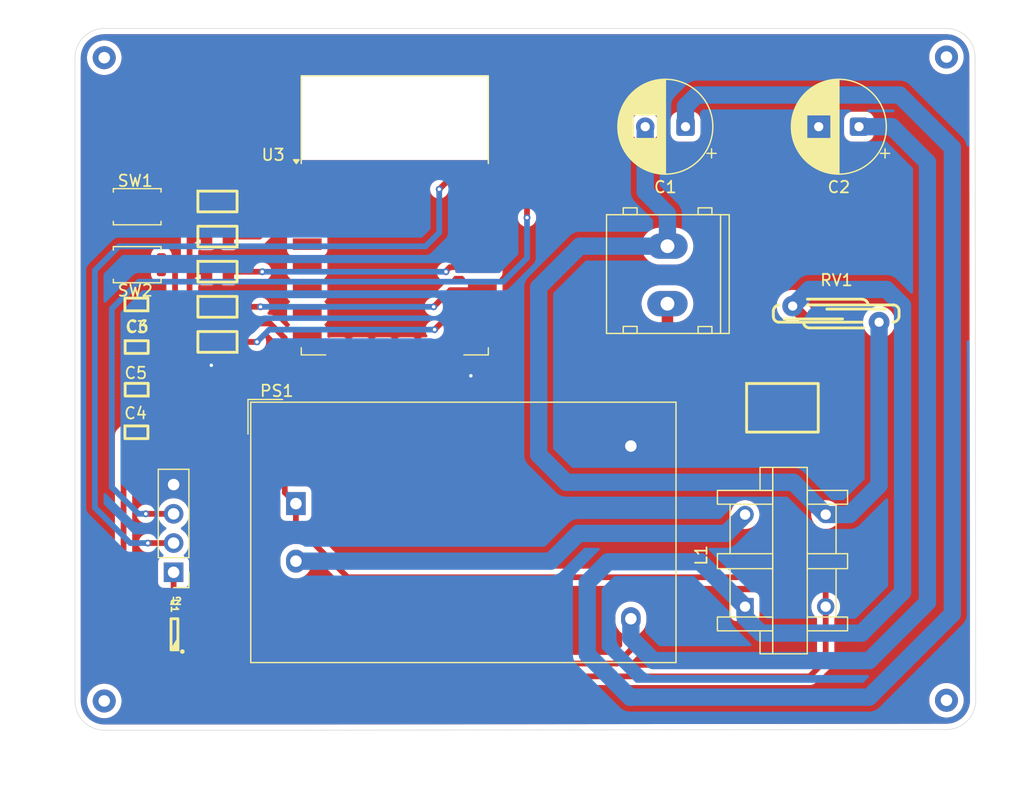
<source format=kicad_pcb>
(kicad_pcb (version 20241229) (generator "pcbnew") (generator_version "9.0")
  (layers (0 "F.Cu" signal) (2 "B.Cu" signal) (13 "F.Paste" user) (15 "B.Paste" user) (5 "F.SilkS" user "F.Silkscreen") (7 "B.SilkS" user "B.Silkscreen") (1 "F.Mask" user) (3 "B.Mask" user) (25 "Edge.Cuts" user))
  (net 0 "")
  (net 1 "Net-(C1-Pad1)")
  (net 2 "Net-(J1-Pin_1)")
  (net 3 "GND")
  (net 4 "+5V")
  (net 5 "+3.3V")
  (net 6 "Net-(U1-BP)")
  (net 7 "GPIO0")
  (net 8 "Net-(J1-Pin_2)")
  (net 9 "/RXD")
  (net 10 "/TXD")
  (net 11 "Net-(PS1-AC{slash}N)")
  (net 12 "/SDA")
  (net 13 "/GPIO13")
  (net 14 "/GPIO12")
  (net 15 "/SCL")
  (net 16 "/ADC")
  (net 17 "/GPIO14")
  (net 18 "/GPIO16")
  (net 19 "Net-(U3-~{RST})")
  (net 20 "Net-(U3-EN)")
  (net 21 "Net-(U3-GPIO0)")
  (net 22 "Net-(U3-GPIO2)")
  (net 23 "Net-(U3-GPIO15)")
  (footprint "IVS_FOOTPRINTS:C_0402" (layer "F.Cu") (at 88.0648 91.001548 180)
    (property "Reference" "C5" (at 0.0736 1.4478 0) (layer "F.SilkS"))
    (property "Value" "1uF")
    (pad "1" smd roundrect (at -0.48 0 180) (size 0.56 0.62) (layers "F.Cu" "F.Mask" "F.Paste") (net 4 "+5V"))
    (pad "2" smd roundrect (at 0.48 0 180) (size 0.56 0.62) (layers "F.Cu" "F.Mask" "F.Paste") (net 3 "GND"))
  )
  (footprint "RF_Module:ESP-12E" (layer "F.Cu") (at 110.473 75.86)
    (property "Reference" "U3" (at -10.56 -5.26 0) (layer "F.SilkS"))
    (property "Value" "ESP-12E")
    (pad "1" smd rect (at -7.6 -3.5) (size 2.5 1) (layers "F.Cu" "F.Mask" "F.Paste") (net 19 "Net-(U3-~{RST})"))
    (pad "2" smd rect (at -7.6 -1.5) (size 2.5 1) (layers "F.Cu" "F.Mask" "F.Paste") (net 16 "/ADC"))
    (pad "3" smd rect (at -7.6 0.5) (size 2.5 1) (layers "F.Cu" "F.Mask" "F.Paste") (net 20 "Net-(U3-EN)"))
    (pad "4" smd rect (at -7.6 2.5) (size 2.5 1) (layers "F.Cu" "F.Mask" "F.Paste") (net 18 "/GPIO16"))
    (pad "5" smd rect (at -7.6 4.5) (size 2.5 1) (layers "F.Cu" "F.Mask" "F.Paste") (net 17 "/GPIO14"))
    (pad "6" smd rect (at -7.6 6.5) (size 2.5 1) (layers "F.Cu" "F.Mask" "F.Paste") (net 14 "/GPIO12"))
    (pad "7" smd rect (at -7.6 8.5) (size 2.5 1) (layers "F.Cu" "F.Mask" "F.Paste") (net 13 "/GPIO13"))
    (pad "8" smd rect (at -7.6 10.5) (size 2.5 1) (layers "F.Cu" "F.Mask" "F.Paste") (net 5 "+3.3V"))
    (pad "9" smd rect (at -5 12) (size 1 1.8) (layers "F.Cu" "F.Mask" "F.Paste"))
    (pad "10" smd rect (at -3 12) (size 1 1.8) (layers "F.Cu" "F.Mask" "F.Paste"))
    (pad "11" smd rect (at -1 12) (size 1 1.8) (layers "F.Cu" "F.Mask" "F.Paste"))
    (pad "12" smd rect (at 1 12) (size 1 1.8) (layers "F.Cu" "F.Mask" "F.Paste"))
    (pad "13" smd rect (at 3 12) (size 1 1.8) (layers "F.Cu" "F.Mask" "F.Paste"))
    (pad "14" smd rect (at 5 12) (size 1 1.8) (layers "F.Cu" "F.Mask" "F.Paste"))
    (pad "15" smd rect (at 7.6 10.5) (size 2.5 1) (layers "F.Cu" "F.Mask" "F.Paste") (net 3 "GND"))
    (pad "16" smd rect (at 7.6 8.5) (size 2.5 1) (layers "F.Cu" "F.Mask" "F.Paste") (net 23 "Net-(U3-GPIO15)"))
    (pad "17" smd rect (at 7.6 6.5) (size 2.5 1) (layers "F.Cu" "F.Mask" "F.Paste") (net 22 "Net-(U3-GPIO2)"))
    (pad "18" smd rect (at 7.6 4.5) (size 2.5 1) (layers "F.Cu" "F.Mask" "F.Paste") (net 21 "Net-(U3-GPIO0)"))
    (pad "19" smd rect (at 7.6 2.5) (size 2.5 1) (layers "F.Cu" "F.Mask" "F.Paste") (net 12 "/SDA"))
    (pad "20" smd rect (at 7.6 0.5) (size 2.5 1) (layers "F.Cu" "F.Mask" "F.Paste") (net 15 "/SCL"))
    (pad "21" smd rect (at 7.6 -1.5) (size 2.5 1) (layers "F.Cu" "F.Mask" "F.Paste") (net 9 "/RXD"))
    (pad "22" smd rect (at 7.6 -3.5) (size 2.5 1) (layers "F.Cu" "F.Mask" "F.Paste") (net 10 "/TXD"))
    (zone (net 0) (net_name "") (layers "F.Cu" "B.Cu") (connect_pads (clearance 0)) (min_thickness 0.254)
      (keepout (tracks not_allowed) (vias not_allowed) (pads not_allowed) (copperpour not_allowed) (footprints not_allowed))
      (fill (thermal_gap 0.508) (thermal_bridge_width 0.508))
      (polygon (pts (xy 102.353 71.06) (xy 118.593 71.06) (xy 118.593 63.74) (xy 102.353 63.74)))
    )
  )
  (footprint "IVS_FOOTPRINTS:PinHeader_1x04_P2.54mm_Vertical" (layer "F.Cu") (at 91.2706 106.8662 180)
    (property "Reference" "J2" (at -0.1852 -2.510343 0) (layer "F.SilkS") (effects (font (size 0.6 0.6))))
    (property "Value" "Conn_01x04_Pin" (hide yes))
    (pad "1" thru_hole rect (at 0 0 180) (size 1.7 1.7) (drill 1) (layers "*.Cu" "*.Mask") (net 4 "+5V"))
    (pad "2" thru_hole oval (at 0 2.54 180) (size 1.7 1.7) (drill 1) (layers "*.Cu" "*.Mask") (net 10 "/TXD"))
    (pad "3" thru_hole oval (at 0 5.08 180) (size 1.7 1.7) (drill 1) (layers "*.Cu" "*.Mask") (net 9 "/RXD"))
    (pad "4" thru_hole oval (at 0 7.62 180) (size 1.7 1.7) (drill 1) (layers "*.Cu" "*.Mask") (net 3 "GND"))
  )
  (footprint "IVS_FOOTPRINTS:R_0805" (layer "F.Cu") (at 95.0806 86.853 180)
    (property "Reference" "R5" (hide yes))
    (property "Value" "10k")
    (pad "1" smd roundrect (at -0.95 0 180) (size 1 1.35) (layers "F.Cu" "F.Mask" "F.Paste") (roundrect_rratio 0.15) (net 23 "Net-(U3-GPIO15)"))
    (pad "2" smd roundrect (at 0.95 0 180) (size 1 1.35) (layers "F.Cu" "F.Mask" "F.Paste") (roundrect_rratio 0.15) (net 3 "GND"))
  )
  (footprint "IVS_FOOTPRINTS:SOT23-5" (layer "F.Cu") (at 91.3468 112.251 180)
    (property "Reference" "U1" (at -0.009 2.49 270) (layer "F.SilkS") (effects (font (size 0.6 0.6) (thickness 0.15) (bold yes))))
    (property "Value" "RT9193-33GB")
    (pad "1" smd roundrect (at -1.1375 -0.95 180) (size 1.3 0.6) (layers "F.Cu" "F.Mask" "F.Paste") (roundrect_rratio 0.15) (net 4 "+5V"))
    (pad "2" smd roundrect (at -1.1375 0 180) (size 1.3 0.6) (layers "F.Cu" "F.Mask" "F.Paste") (roundrect_rratio 0.15) (net 3 "GND"))
    (pad "3" smd roundrect (at -1.1375 0.95 180) (size 1.3 0.6) (layers "F.Cu" "F.Mask" "F.Paste") (roundrect_rratio 0.15) (net 4 "+5V"))
    (pad "4" smd roundrect (at 1.1375 0.95 180) (size 1.3 0.6) (layers "F.Cu" "F.Mask" "F.Paste") (roundrect_rratio 0.15) (net 6 "Net-(U1-BP)"))
    (pad "5" smd roundrect (at 1.1375 -0.95 180) (size 1.3 0.6) (layers "F.Cu" "F.Mask" "F.Paste") (roundrect_rratio 0.15) (net 5 "+3.3V"))
  )
  (footprint "Button_Switch_SMD:SW_Push_SPST_NO_Alps_SKRK" (layer "F.Cu") (at 88.1108 80.142857 180)
    (property "Reference" "SW2" (at 0.1704 -2.25 0) (layer "F.SilkS"))
    (property "Value" "SW_Push")
    (pad "1" smd roundrect (at -2.1 0 180) (size 0.8 2) (layers "F.Cu" "F.Mask" "F.Paste") (net 7 "GPIO0"))
    (pad "2" smd roundrect (at 2.1 0 180) (size 0.8 2) (layers "F.Cu" "F.Mask" "F.Paste") (net 3 "GND"))
  )
  (footprint "IVS_FOOTPRINTS:ACFilterChoke-UU9.8" (layer "F.Cu") (at 144.283 105.9002 90)
    (property "Reference" "L1" (hide yes))
    (property "Value" "L_Coupled_1243")
    (fp_text user "${REFERENCE}" (at 0.51 -7.2 90) (layer "F.SilkS"))
    (pad "1" thru_hole trapezoid (at -3.95 -3.4 90) (size 1.5 1.5) (drill 0.9) (layers "*.Cu" "*.Mask") (net 1 "Net-(C1-Pad1)"))
    (pad "2" thru_hole circle (at -3.95 3.6 90) (size 1.5 1.5) (drill 0.9) (layers "*.Cu" "*.Mask") (net 5 "+3.3V"))
    (pad "3" thru_hole circle (at 4.05 -3.4 90) (size 1.5 1.5) (drill 0.9) (layers "*.Cu" "*.Mask") (net 11 "Net-(PS1-AC{slash}N)"))
    (pad "4" thru_hole circle (at 4.05 3.6 90) (size 1.5 1.5) (drill 0.9) (layers "*.Cu" "*.Mask") (net 2 "Net-(J1-Pin_1)"))
  )
  (footprint "Capacitor_THT:CP_Radial_D8.0mm_P3.50mm" (layer "F.Cu") (at 135.7154 68.1566 180)
    (property "Reference" "C1" (at 1.75 -5.25 0) (layer "F.SilkS"))
    (property "Value" "220 uF")
    (pad "1" thru_hole roundrect (at 0 0 180) (size 1.6 1.6) (drill 0.8) (layers "*.Cu" "*.Mask") (roundrect_rratio 0.15625) (net 1 "Net-(C1-Pad1)"))
    (pad "2" thru_hole circle (at 3.5 0 180) (size 1.6 1.6) (drill 0.8) (layers "*.Cu" "*.Mask") (net 2 "Net-(J1-Pin_1)"))
  )
  (footprint "Capacitor_THT:CP_Radial_D8.0mm_P3.50mm" (layer "F.Cu") (at 150.7776 68.1566 180)
    (property "Reference" "C2" (at 1.75 -5.25 0) (layer "F.SilkS"))
    (property "Value" "220 uF")
    (pad "1" thru_hole roundrect (at 0 0 180) (size 1.6 1.6) (drill 0.8) (layers "*.Cu" "*.Mask") (roundrect_rratio 0.15625) (net 4 "+5V"))
    (pad "2" thru_hole circle (at 3.5 0 180) (size 1.6 1.6) (drill 0.8) (layers "*.Cu" "*.Mask") (net 3 "GND"))
  )
  (footprint "IVS_FOOTPRINTS:Varistor-RV-Disc-D12mm-W3.9mm-P7.5mm" (layer "F.Cu") (at 152.519349 85.138 180)
    (property "Reference" "RV1" (at 3.7 3.65 0) (layer "F.SilkS"))
    (property "Value" "Varistor")
    (pad "1" thru_hole circle (at 0 0 180) (size 1.8 1.8) (drill 0.8) (layers "*.Cu" "*.Mask") (net 2 "Net-(J1-Pin_1)"))
    (pad "2" thru_hole circle (at 7.5 1.4 180) (size 1.8 1.8) (drill 0.8) (layers "*.Cu" "*.Mask") (net 1 "Net-(C1-Pad1)"))
  )
  (footprint "IVS_FOOTPRINTS:C_0402" (layer "F.Cu") (at 88.0648 87.300674)
    (property "Reference" "C3" (at 0 -1.7272 0) (layer "F.SilkS"))
    (property "Value" "1 uF")
    (pad "1" smd roundrect (at -0.48 0) (size 0.56 0.62) (layers "F.Cu" "F.Mask" "F.Paste") (net 5 "+3.3V"))
    (pad "2" smd roundrect (at 0.48 0) (size 0.56 0.62) (layers "F.Cu" "F.Mask" "F.Paste") (net 3 "GND"))
  )
  (footprint "Button_Switch_SMD:SW_Push_SPST_NO_Alps_SKRK" (layer "F.Cu") (at 88.1108 75.1092)
    (property "Reference" "SW1" (at -0.1704 -2.25 0) (layer "F.SilkS"))
    (property "Value" "SW_Push")
    (pad "1" smd roundrect (at -2.1 0) (size 0.8 2) (layers "F.Cu" "F.Mask" "F.Paste") (net 3 "GND"))
    (pad "2" smd roundrect (at 2.1 0) (size 0.8 2) (layers "F.Cu" "F.Mask" "F.Paste") (net 19 "Net-(U3-~{RST})"))
  )
  (footprint "IVS_FOOTPRINTS:C_0402" (layer "F.Cu") (at 88.0448 83.5998 180)
    (property "Reference" "C6" (at -0.1 -1.9 0) (layer "F.SilkS"))
    (property "Value" "1 uF")
    (pad "1" smd roundrect (at -0.48 0 180) (size 0.56 0.62) (layers "F.Cu" "F.Mask" "F.Paste") (net 7 "GPIO0"))
    (pad "2" smd roundrect (at 0.48 0 180) (size 0.56 0.62) (layers "F.Cu" "F.Mask" "F.Paste") (net 3 "GND"))
  )
  (footprint "IVS_FOOTPRINTS:Terminal-Vert-THT-2P-5.0mm-KF128" (layer "F.Cu") (at 134.1458 81.0344 -90)
    (property "Reference" "J1" (hide yes))
    (property "Value" "Screw_Terminal_01x02")
    (pad "1" thru_hole oval (at -2.5 0 270) (size 2.2 3.5) (drill 1.2) (layers "*.Cu" "*.Mask") (net 2 "Net-(J1-Pin_1)"))
    (pad "2" thru_hole oval (at 2.5 0 270) (size 2.2 3.5) (drill 1.2) (layers "*.Cu" "*.Mask") (net 8 "Net-(J1-Pin_2)"))
  )
  (footprint "IVS_FOOTPRINTS:R_0805" (layer "F.Cu") (at 95.0806 77.703 180)
    (property "Reference" "R2" (hide yes))
    (property "Value" "100k")
    (pad "1" smd roundrect (at -0.95 0 180) (size 1 1.35) (layers "F.Cu" "F.Mask" "F.Paste") (roundrect_rratio 0.15) (net 20 "Net-(U3-EN)"))
    (pad "2" smd roundrect (at 0.95 0 180) (size 1 1.35) (layers "F.Cu" "F.Mask" "F.Paste") (roundrect_rratio 0.15) (net 5 "+3.3V"))
  )
  (footprint "Converter_ACDC:Converter_ACDC_Hi-Link_HLK-PMxx" (layer "F.Cu") (at 101.8887 100.8985)
    (property "Reference" "PS1" (at -1.66 -9.79 0) (layer "F.SilkS"))
    (property "Value" "HLK-PM01")
    (pad "1" thru_hole rect (at 0 0) (size 1.7 2) (drill 1) (layers "*.Cu" "*.Mask") (net 5 "+3.3V"))
    (pad "2" thru_hole oval (at 0 5) (size 1.7 2) (drill 1) (layers "*.Cu" "*.Mask") (net 11 "Net-(PS1-AC{slash}N)"))
    (pad "3" thru_hole oval (at 29.08 -5) (size 1.7 2) (drill 1) (layers "*.Cu" "*.Mask") (net 3 "GND"))
    (pad "4" thru_hole oval (at 29.08 10) (size 1.7 2) (drill 1) (layers "*.Cu" "*.Mask") (net 4 "+5V"))
  )
  (footprint "IVS_FOOTPRINTS:C_0402" (layer "F.Cu") (at 88.0448 94.702422)
    (property "Reference" "C4" (at -0.0762 -1.651 0) (layer "F.SilkS"))
    (property "Value" "22 nF")
    (pad "1" smd roundrect (at -0.48 0) (size 0.56 0.62) (layers "F.Cu" "F.Mask" "F.Paste") (net 6 "Net-(U1-BP)"))
    (pad "2" smd roundrect (at 0.48 0) (size 0.56 0.62) (layers "F.Cu" "F.Mask" "F.Paste") (net 3 "GND"))
  )
  (footprint "IVS_FOOTPRINTS:R_0805" (layer "F.Cu") (at 95.0806 74.653)
    (property "Reference" "R1" (hide yes))
    (property "Value" "100k")
    (pad "1" smd roundrect (at -0.95 0) (size 1 1.35) (layers "F.Cu" "F.Mask" "F.Paste") (roundrect_rratio 0.15) (net 5 "+3.3V"))
    (pad "2" smd roundrect (at 0.95 0) (size 1 1.35) (layers "F.Cu" "F.Mask" "F.Paste") (roundrect_rratio 0.15) (net 19 "Net-(U3-~{RST})"))
  )
  (footprint "IVS_FOOTPRINTS:R_0805" (layer "F.Cu") (at 95.0806 80.753)
    (property "Reference" "R3" (hide yes))
    (property "Value" "10K")
    (pad "1" smd roundrect (at -0.95 0) (size 1 1.35) (layers "F.Cu" "F.Mask" "F.Paste") (roundrect_rratio 0.15) (net 5 "+3.3V"))
    (pad "2" smd roundrect (at 0.95 0) (size 1 1.35) (layers "F.Cu" "F.Mask" "F.Paste") (roundrect_rratio 0.15) (net 21 "Net-(U3-GPIO0)"))
  )
  (footprint "IVS_FOOTPRINTS:Fuse_1812_4532Metric" (layer "F.Cu") (at 144.128 92.566)
    (property "Reference" "F1" (hide yes))
    (property "Value" "Fuse" (hide yes))
    (pad "1" smd roundrect (at -2.1375 0) (size 1.125 3.4) (layers "F.Cu" "F.Mask" "F.Paste") (roundrect_rratio 0.2222222222) (net 8 "Net-(J1-Pin_2)"))
    (pad "2" smd roundrect (at 2.1375 0) (size 1.125 3.4) (layers "F.Cu" "F.Mask" "F.Paste") (roundrect_rratio 0.2222222222) (net 1 "Net-(C1-Pad1)"))
  )
  (footprint "IVS_FOOTPRINTS:R_0805" (layer "F.Cu") (at 95.0806 83.803)
    (property "Reference" "R4" (hide yes))
    (property "Value" "10K")
    (pad "1" smd roundrect (at -0.95 0) (size 1 1.35) (layers "F.Cu" "F.Mask" "F.Paste") (roundrect_rratio 0.15) (net 5 "+3.3V"))
    (pad "2" smd roundrect (at 0.95 0) (size 1 1.35) (layers "F.Cu" "F.Mask" "F.Paste") (roundrect_rratio 0.15) (net 22 "Net-(U3-GPIO2)"))
  )
  (gr_arc (start 158.369 59.6222) (mid 160.123191 60.348809) (end 160.8498 62.103) (stroke (width 0.05)) (layer "Edge.Cuts"))
  (gr_line (start 103.0308 120.582199) (end 85.2508 120.5822) (stroke (width 0.05)) (layer "Edge.Cuts"))
  (gr_line (start 103.0308 120.582199) (end 158.369 120.523) (stroke (width 0.05)) (layer "Edge.Cuts"))
  (gr_line (start 158.369 59.6222) (end 85.2508 59.6222) (stroke (width 0.05)) (layer "Edge.Cuts"))
  (gr_line (start 160.8498 62.103) (end 160.909 117.983) (stroke (width 0.05)) (layer "Edge.Cuts"))
  (gr_line (start 82.7108 62.1622) (end 82.710801 118.042201) (stroke (width 0.05)) (layer "Edge.Cuts"))
  (gr_arc (start 160.909 117.983) (mid 160.165051 119.779051) (end 158.369 120.523) (stroke (width 0.05)) (layer "Edge.Cuts"))
  (gr_arc (start 85.2508 120.5822) (mid 83.45475 119.838251) (end 82.710801 118.042201) (stroke (width 0.05)) (layer "Edge.Cuts"))
  (gr_arc (start 82.7108 62.1622) (mid 83.454749 60.366149) (end 85.2508 59.6222) (stroke (width 0.05)) (layer "Edge.Cuts"))
  (via (at 85.250801 62.162201) (size 2) (drill 1) (layers "F.Cu" "B.Cu") (net 0))
  (via (at 158.369 62.103) (size 2) (drill 1) (layers "F.Cu" "B.Cu") (net 0))
  (via (at 85.250801 118.0422) (size 2) (drill 1) (layers "F.Cu" "B.Cu") (net 0))
  (via (at 158.369 117.983) (size 2) (drill 1) (layers "F.Cu" "B.Cu") (net 0))
  (segment (start 147.8364 86.555051) (end 145.019349 83.738) (width 1) (layer "F.Cu") (net 1))
  (segment (start 146.2655 92.566) (end 147.8364 90.9951) (width 1) (layer "F.Cu") (net 1))
  (segment (start 147.8364 90.9951) (end 147.8364 86.555051) (width 1) (layer "F.Cu") (net 1))
  (segment (start 153.162 82.296) (end 154.559 83.693) (width 1.5) (layer "B.Cu") (net 1))
  (segment (start 154.305 65.405) (end 136.6942 65.405) (width 1.5) (layer "B.Cu") (net 1))
  (segment (start 127.1862 114.0036) (end 130.8946 117.712) (width 1.5) (layer "B.Cu") (net 1))
  (segment (start 145.019349 83.738) (end 146.461349 82.296) (width 1.5) (layer "B.Cu") (net 1))
  (segment (start 140.883 110.784) (end 140.883 109.8502) (width 1.5) (layer "B.Cu") (net 1))
  (segment (start 140.883 109.8502) (end 136.9846 105.9518) (width 1.5) (layer "B.Cu") (net 1))
  (segment (start 146.461349 82.296) (end 153.162 82.296) (width 1.5) (layer "B.Cu") (net 1))
  (segment (start 128.9896 105.9518) (end 127.1862 107.7552) (width 1.5) (layer "B.Cu") (net 1))
  (segment (start 154.559 83.693) (end 154.559 108.585) (width 1.5) (layer "B.Cu") (net 1))
  (segment (start 154.559 108.585) (end 150.9946 112.1494) (width 1.5) (layer "B.Cu") (net 1))
  (segment (start 150.9946 112.1494) (end 142.2484 112.1494) (width 1.5) (layer "B.Cu") (net 1))
  (segment (start 136.6942 65.405) (end 135.7154 66.3838) (width 1.5) (layer "B.Cu") (net 1))
  (segment (start 135.7154 66.3838) (end 135.7154 68.1566) (width 1.5) (layer "B.Cu") (net 1))
  (segment (start 158.877 69.977) (end 154.305 65.405) (width 1.5) (layer "B.Cu") (net 1))
  (segment (start 127.1862 107.7552) (end 127.1862 114.0036) (width 1.5) (layer "B.Cu") (net 1))
  (segment (start 136.9846 105.9518) (end 128.9896 105.9518) (width 1.5) (layer "B.Cu") (net 1))
  (segment (start 142.2484 112.1494) (end 140.883 110.784) (width 1.5) (layer "B.Cu") (net 1))
  (segment (start 158.877 110.49) (end 158.877 69.977) (width 1.5) (layer "B.Cu") (net 1))
  (segment (start 151.655 117.712) (end 158.877 110.49) (width 1.5) (layer "B.Cu") (net 1))
  (segment (start 130.8946 117.712) (end 151.655 117.712) (width 1.5) (layer "B.Cu") (net 1))
  (segment (start 122.9698 96.6554) (end 122.9698 82.1012) (width 1.5) (layer "B.Cu") (net 2))
  (segment (start 132.2154 73.7954) (end 132.2154 68.1566) (width 1.5) (layer "B.Cu") (net 2))
  (segment (start 147.883 101.8502) (end 145.0758 99.043) (width 1.5) (layer "B.Cu") (net 2))
  (segment (start 152.519349 85.138) (end 152.519349 99.287651) (width 1.5) (layer "B.Cu") (net 2))
  (segment (start 125.3574 99.043) (end 122.9698 96.6554) (width 1.5) (layer "B.Cu") (net 2))
  (segment (start 126.5366 78.5344) (end 134.1458 78.5344) (width 1.5) (layer "B.Cu") (net 2))
  (segment (start 122.9698 82.1012) (end 126.5366 78.5344) (width 1.5) (layer "B.Cu") (net 2))
  (segment (start 134.1458 75.7258) (end 132.2154 73.7954) (width 1.5) (layer "B.Cu") (net 2))
  (segment (start 145.0758 99.043) (end 125.3574 99.043) (width 1.5) (layer "B.Cu") (net 2))
  (segment (start 149.9568 101.8502) (end 147.883 101.8502) (width 1.5) (layer "B.Cu") (net 2))
  (segment (start 152.519349 99.287651) (end 149.9568 101.8502) (width 1.5) (layer "B.Cu") (net 2))
  (segment (start 134.1458 78.5344) (end 134.1458 75.7258) (width 1.5) (layer "B.Cu") (net 2))
  (segment (start 87.5648 80.91) (end 87.5648 83.5998) (width 0.5) (layer "F.Cu") (net 3))
  (segment (start 92.9216 99.2462) (end 93.9122 100.2368) (width 0.5) (layer "F.Cu") (net 3))
  (segment (start 118.073 86.36) (end 121.92 86.36) (width 0.5) (layer "F.Cu") (net 3))
  (segment (start 87.5848 91.001548) (end 86.937548 91.001548) (width 0.5) (layer "F.Cu") (net 3))
  (segment (start 91.2706 99.2462) (end 92.9216 99.2462) (width 0.5) (layer "F.Cu") (net 3))
  (segment (start 85.0222 76.0978) (end 85.0222 79.8406) (width 0.5) (layer "F.Cu") (net 3))
  (segment (start 93.9122 100.2368) (end 93.9122 111.473099) (width 0.5) (layer "F.Cu") (net 3))
  (segment (start 93.9122 111.473099) (end 93.134299 112.251) (width 0.5) (layer "F.Cu") (net 3))
  (segment (start 91.582926 87.300674) (end 92.0306 86.853) (width 0.5) (layer "F.Cu") (net 3))
  (segment (start 88.5448 87.300674) (end 88.5448 88.7132) (width 0.5) (layer "F.Cu") (net 3))
  (segment (start 86.937548 91.001548) (end 86.343 90.407) (width 0.5) (layer "F.Cu") (net 3))
  (segment (start 88.5448 87.300674) (end 91.582926 87.300674) (width 0.5) (layer "F.Cu") (net 3))
  (segment (start 118.073 89.2078) (end 118.073 86.36) (width 0.5) (layer "F.Cu") (net 3))
  (segment (start 86.343 90.407) (end 86.343 84.0316) (width 0.5) (layer "F.Cu") (net 3))
  (segment (start 85.0222 79.8406) (end 85.324457 80.142857) (width 0.5) (layer "F.Cu") (net 3))
  (segment (start 92.0306 86.853) (end 94.1306 86.853) (width 0.5) (layer "F.Cu") (net 3))
  (segment (start 124.697 94.0138) (end 126.5817 95.8985) (width 0.5) (layer "F.Cu") (net 3))
  (segment (start 89.520822 94.702422) (end 90.3562 95.5378) (width 0.5) (layer "F.Cu") (net 3))
  (segment (start 121.92 86.36) (end 124.697 89.137) (width 0.5) (layer "F.Cu") (net 3))
  (segment (start 86.797657 80.142857) (end 87.5648 80.91) (width 0.5) (layer "F.Cu") (net 3))
  (segment (start 90.3562 95.5378) (end 90.3562 98.3318) (width 0.5) (layer "F.Cu") (net 3))
  (segment (start 88.5248 94.702422) (end 89.520822 94.702422) (width 0.5) (layer "F.Cu") (net 3))
  (segment (start 124.697 89.137) (end 124.697 94.0138) (width 0.5) (layer "F.Cu") (net 3))
  (segment (start 86.0108 80.142857) (end 86.797657 80.142857) (width 0.5) (layer "F.Cu") (net 3))
  (segment (start 87.5848 91.9536) (end 88.5248 92.8936) (width 0.5) (layer "F.Cu") (net 3))
  (segment (start 90.3562 98.3318) (end 91.2706 99.2462) (width 0.5) (layer "F.Cu") (net 3))
  (segment (start 88.5448 88.7132) (end 87.5848 89.6732) (width 0.5) (layer "F.Cu") (net 3))
  (segment (start 87.5848 91.001548) (end 87.5848 91.9536) (width 0.5) (layer "F.Cu") (net 3))
  (segment (start 94.1306 88.4664) (end 94.5472 88.883) (width 0.5) (layer "F.Cu") (net 3))
  (segment (start 126.5817 95.8985) (end 130.9687 95.8985) (width 0.5) (layer "F.Cu") (net 3))
  (segment (start 88.5248 92.8936) (end 88.5248 94.702422) (width 0.5) (layer "F.Cu") (net 3))
  (segment (start 94.1306 86.853) (end 94.1306 88.4664) (width 0.5) (layer "F.Cu") (net 3))
  (segment (start 86.0108 75.1092) (end 85.0222 76.0978) (width 0.5) (layer "F.Cu") (net 3))
  (segment (start 93.134299 112.251) (end 92.4843 112.251) (width 0.5) (layer "F.Cu") (net 3))
  (segment (start 117.4834 89.7974) (end 118.073 89.2078) (width 0.5) (layer "F.Cu") (net 3))
  (segment (start 85.324457 80.142857) (end 86.0108 80.142857) (width 0.5) (layer "F.Cu") (net 3))
  (segment (start 87.5848 89.6732) (end 87.5848 91.001548) (width 0.5) (layer "F.Cu") (net 3))
  (segment (start 86.343 84.0316) (end 86.7748 83.5998) (width 0.5) (layer "F.Cu") (net 3))
  (segment (start 86.7748 83.5998) (end 87.5648 83.5998) (width 0.5) (layer "F.Cu") (net 3))
  (segment (start 117.077 89.7974) (end 117.4834 89.7974) (width 0.5) (layer "F.Cu") (net 3))
  (via (at 117.077 89.7974) (size 0.6) (drill 0.3) (layers "F.Cu" "B.Cu") (net 3))
  (via (at 94.5472 88.883) (size 0.6) (drill 0.3) (layers "F.Cu" "B.Cu") (net 3))
  (segment (start 130.285 80.9328) (end 141.334 80.9328) (width 1.5) (layer "B.Cu") (net 3))
  (segment (start 94.5472 88.883) (end 95.4616 89.7974) (width 0.5) (layer "B.Cu") (net 3))
  (segment (start 127.7958 92.7946) (end 127.7958 83.422) (width 1.5) (layer "B.Cu") (net 3))
  (segment (start 127.7958 83.422) (end 130.285 80.9328) (width 1.5) (layer "B.Cu") (net 3))
  (segment (start 141.334 80.9328) (end 147.2776 74.9892) (width 1.5) (layer "B.Cu") (net 3))
  (segment (start 95.4616 89.7974) (end 117.077 89.7974) (width 0.5) (layer "B.Cu") (net 3))
  (segment (start 147.2776 74.9892) (end 147.2776 68.1566) (width 1.5) (layer "B.Cu") (net 3))
  (segment (start 130.8997 95.8985) (end 127.7958 92.7946) (width 1.5) (layer "B.Cu") (net 3))
  (segment (start 130.9687 95.8985) (end 130.8997 95.8985) (width 1.5) (layer "B.Cu") (net 3))
  (segment (start 88.5448 91.001548) (end 91.839748 91.001548) (width 0.5) (layer "F.Cu") (net 4))
  (segment (start 92.4843 113.201) (end 92.4843 114.2013) (width 0.5) (layer "F.Cu") (net 4))
  (segment (start 91.3214 112.8606) (end 91.3214 111.7684) (width 0.5) (layer "F.Cu") (net 4))
  (segment (start 95.995 95.1568) (end 95.995 104.9866) (width 0.5) (layer "F.Cu") (net 4))
  (segment (start 91.839748 91.001548) (end 95.995 95.1568) (width 0.5) (layer "F.Cu") (net 4))
  (segment (start 91.3214 111.7684) (end 91.7888 111.301) (width 0.5) (layer "F.Cu") (net 4))
  (segment (start 95.995 104.9866) (end 95.9442 105.0374) (width 0.5) (layer "F.Cu") (net 4))
  (segment (start 91.6618 113.201) (end 91.3214 112.8606) (width 0.5) (layer "F.Cu") (net 4))
  (segment (start 129.777 114.791) (end 130.9687 113.5993) (width 0.5) (layer "F.Cu") (net 4))
  (segment (start 91.2706 110.7828) (end 91.7888 111.301) (width 0.5) (layer "F.Cu") (net 4))
  (segment (start 91.7888 111.301) (end 92.4843 111.301) (width 0.5) (layer "F.Cu") (net 4))
  (segment (start 95.9442 105.0374) (end 95.9442 113.9274) (width 0.5) (layer "F.Cu") (net 4))
  (segment (start 95.0806 114.791) (end 129.777 114.791) (width 0.5) (layer "F.Cu") (net 4))
  (segment (start 93.074 114.791) (end 95.0806 114.791) (width 0.5) (layer "F.Cu") (net 4))
  (segment (start 92.4843 113.201) (end 91.6618 113.201) (width 0.5) (layer "F.Cu") (net 4))
  (segment (start 130.9687 113.5993) (end 130.9687 110.8985) (width 0.5) (layer "F.Cu") (net 4))
  (segment (start 91.2706 106.8662) (end 91.2706 110.7828) (width 0.5) (layer "F.Cu") (net 4))
  (segment (start 95.9442 113.9274) (end 95.0806 114.791) (width 0.5) (layer "F.Cu") (net 4))
  (segment (start 92.4843 114.2013) (end 93.074 114.791) (width 0.5) (layer "F.Cu") (net 4))
  (segment (start 156.718 109.474) (end 156.718 71.247) (width 1.5) (layer "B.Cu") (net 4))
  (segment (start 156.718 71.247) (end 153.6276 68.1566) (width 1.5) (layer "B.Cu") (net 4))
  (segment (start 130.9687 112.5791) (end 132.9266 114.537) (width 1.5) (layer "B.Cu") (net 4))
  (segment (start 153.6276 68.1566) (end 150.7776 68.1566) (width 1.5) (layer "B.Cu") (net 4))
  (segment (start 130.9687 110.8985) (end 130.9687 112.5791) (width 1.5) (layer "B.Cu") (net 4))
  (segment (start 151.655 114.537) (end 156.718 109.474) (width 1.5) (layer "B.Cu") (net 4))
  (segment (start 132.9266 114.537) (end 151.655 114.537) (width 1.5) (layer "B.Cu") (net 4))
  (segment (start 90.2093 114.7965) (end 91.3214 115.9086) (width 0.5) (layer "F.Cu") (net 5))
  (segment (start 94.3948 85.2508) (end 99.6526 85.2508) (width 0.5) (layer "F.Cu") (net 5))
  (segment (start 147.883 108.5638) (end 147.883 109.8502) (width 0.5) (layer "F.Cu") (net 5))
  (segment (start 93.3452 80.753) (end 92.6574 81.4408) (width 0.5) (layer "F.Cu") (net 5))
  (segment (start 147.883 114.5158) (end 147.883 109.8502) (width 0.5) (layer "F.Cu") (net 5))
  (segment (start 101.8887 102.8031) (end 106.3836 107.298) (width 0.5) (layer "F.Cu") (net 5))
  (segment (start 94.1306 80.753) (end 93.3452 80.753) (width 0.5) (layer "F.Cu") (net 5))
  (segment (start 90.2093 113.201) (end 90.2093 114.7965) (width 0.5) (layer "F.Cu") (net 5))
  (segment (start 94.1306 77.703) (end 93.3198 77.703) (width 0.5) (layer "F.Cu") (net 5))
  (segment (start 102.4042 86.36) (end 100.9226 87.8416) (width 0.5) (layer "F.Cu") (net 5))
  (segment (start 92.6574 75.1904) (end 92.6574 78.3654) (width 0.5) (layer "F.Cu") (net 5))
  (segment (start 100.9226 86.5208) (end 100.9226 87.8416) (width 0.5) (layer "F.Cu") (net 5))
  (segment (start 101.8887 100.8985) (end 101.8887 102.8031) (width 0.5) (layer "F.Cu") (net 5))
  (segment (start 92.6574 78.3654) (end 92.6574 81.4408) (width 0.5) (layer "F.Cu") (net 5))
  (segment (start 94.1306 83.803) (end 94.1306 84.9866) (width 0.5) (layer "F.Cu") (net 5))
  (segment (start 93.1948 74.653) (end 92.6574 75.1904) (width 0.5) (layer "F.Cu") (net 5))
  (segment (start 92.6574 83.2676) (end 92.6574 84.7784) (width 0.5) (layer "F.Cu") (net 5))
  (segment (start 100.9226 99.9324) (end 101.8887 100.8985) (width 0.5) (layer "F.Cu") (net 5))
  (segment (start 94.1306 74.653) (end 93.1948 74.653) (width 0.5) (layer "F.Cu") (net 5))
  (segment (start 93.1928 83.803) (end 94.1306 83.803) (width 0.5) (layer "F.Cu") (net 5))
  (segment (start 91.7532 85.6826) (end 88.0448 85.6826) (width 0.5) (layer "F.Cu") (net 5))
  (segment (start 146.6172 107.298) (end 147.883 108.5638) (width 0.5) (layer "F.Cu") (net 5))
  (segment (start 92.6574 83.2676) (end 93.1928 83.803) (width 0.5) (layer "F.Cu") (net 5))
  (segment (start 92.6574 82.8124) (end 92.6574 83.2676) (width 0.5) (layer "F.Cu") (net 5))
  (segment (start 88.0448 85.6826) (end 87.5848 86.1426) (width 0.5) (layer "F.Cu") (net 5))
  (segment (start 146.4902 115.9086) (end 147.883 114.5158) (width 0.5) (layer "F.Cu") (net 5))
  (segment (start 91.3214 115.9086) (end 146.4902 115.9086) (width 0.5) (layer "F.Cu") (net 5))
  (segment (start 99.6526 85.2508) (end 100.9226 86.5208) (width 0.5) (layer "F.Cu") (net 5))
  (segment (start 94.1306 84.9866) (end 94.3948 85.2508) (width 0.5) (layer "F.Cu") (net 5))
  (segment (start 93.3198 77.703) (end 92.6574 78.3654) (width 0.5) (layer "F.Cu") (net 5))
  (segment (start 92.6574 81.4408) (end 92.6574 82.8124) (width 0.5) (layer "F.Cu") (net 5))
  (segment (start 102.873 86.36) (end 102.4042 86.36) (width 0.5) (layer "F.Cu") (net 5))
  (segment (start 87.5848 86.1426) (end 87.5848 87.300674) (width 0.5) (layer "F.Cu") (net 5))
  (segment (start 106.3836 107.298) (end 146.6172 107.298) (width 0.5) (layer "F.Cu") (net 5))
  (segment (start 92.6574 84.7784) (end 91.7532 85.6826) (width 0.5) (layer "F.Cu") (net 5))
  (segment (start 100.9226 87.8416) (end 100.9226 99.9324) (width 0.5) (layer "F.Cu") (net 5))
  (segment (start 87.203778 94.702422) (end 86.9272 94.979) (width 0.5) (layer "F.Cu") (net 6))
  (segment (start 87.5648 94.702422) (end 87.203778 94.702422) (width 0.5) (layer "F.Cu") (net 6))
  (segment (start 86.9272 94.979) (end 86.9272 109.4316) (width 0.5) (layer "F.Cu") (net 6))
  (segment (start 88.7966 111.301) (end 90.2093 111.301) (width 0.5) (layer "F.Cu") (net 6))
  (segment (start 86.9272 109.4316) (end 88.7966 111.301) (width 0.5) (layer "F.Cu") (net 6))
  (segment (start 91.3976 80.4248) (end 91.115657 80.142857) (width 0.5) (layer "F.Cu") (net 7))
  (segment (start 88.5248 83.5998) (end 90.6356 83.5998) (width 0.5) (layer "F.Cu") (net 7))
  (segment (start 90.6356 83.5998) (end 91.3976 82.8378) (width 0.5) (layer "F.Cu") (net 7))
  (segment (start 91.115657 80.142857) (end 90.2108 80.142857) (width 0.5) (layer "F.Cu") (net 7))
  (segment (start 91.3976 82.8378) (end 91.3976 80.4248) (width 0.5) (layer "F.Cu") (net 7))
  (segment (start 138.9972 92.6422) (end 141.9143 92.6422) (width 1) (layer "F.Cu") (net 8))
  (segment (start 134.1458 87.7908) (end 138.9972 92.6422) (width 1) (layer "F.Cu") (net 8))
  (segment (start 134.1458 83.5344) (end 134.1458 87.7908) (width 1) (layer "F.Cu") (net 8))
  (segment (start 141.9143 92.6422) (end 141.9905 92.566) (width 1) (layer "F.Cu") (net 8))
  (segment (start 121.9538 76.056) (end 121.9538 75.1416) (width 0.5) (layer "F.Cu") (net 9))
  (segment (start 121.1722 74.36) (end 118.073 74.36) (width 0.5) (layer "F.Cu") (net 9))
  (segment (start 91.2706 101.7862) (end 88.8576 101.7862) (width 0.5) (layer "F.Cu") (net 9))
  (segment (start 121.9538 75.1416) (end 121.1722 74.36) (width 0.5) (layer "F.Cu") (net 9))
  (via (at 121.9538 76.056) (size 0.6) (drill 0.3) (layers "F.Cu" "B.Cu") (net 9))
  (via (at 88.8576 101.7862) (size 0.6) (drill 0.3) (layers "F.Cu" "B.Cu") (net 9))
  (segment (start 119.8964 81.6186) (end 121.9538 79.5612) (width 0.5) (layer "B.Cu") (net 9))
  (segment (start 88.8576 101.7862) (end 88.2226 101.7862) (width 0.5) (layer "B.Cu") (net 9))
  (segment (start 88.248 81.6186) (end 119.8964 81.6186) (width 0.5) (layer "B.Cu") (net 9))
  (segment (start 121.9538 79.5612) (end 121.9538 76.056) (width 0.5) (layer "B.Cu") (net 9))
  (segment (start 88.2226 101.7862) (end 85.9112 99.4748) (width 0.5) (layer "B.Cu") (net 9))
  (segment (start 85.9112 99.4748) (end 85.9112 83.9554) (width 0.5) (layer "B.Cu") (net 9))
  (segment (start 85.9112 83.9554) (end 88.248 81.6186) (width 0.5) (layer "B.Cu") (net 9))
  (segment (start 115.566 72.36) (end 118.073 72.36) (width 0.5) (layer "F.Cu") (net 10))
  (segment (start 89.01 104.3262) (end 89.0354 104.3262) (width 0.5) (layer "F.Cu") (net 10))
  (segment (start 114.3338 73.5922) (end 115.566 72.36) (width 0.5) (layer "F.Cu") (net 10))
  (segment (start 91.2706 104.3262) (end 89.01 104.3262) (width 0.5) (layer "F.Cu") (net 10))
  (via (at 114.3338 73.5922) (size 0.6) (drill 0.3) (layers "F.Cu" "B.Cu") (net 10))
  (via (at 89.0354 104.3262) (size 0.6) (drill 0.3) (layers "F.Cu" "B.Cu") (net 10))
  (segment (start 89.0354 104.3262) (end 87.5114 104.3262) (width 0.5) (layer "B.Cu") (net 10))
  (segment (start 87.5114 104.3262) (end 84.438 101.2528) (width 0.5) (layer "B.Cu") (net 10))
  (segment (start 84.438 101.2528) (end 84.438 80.628) (width 0.5) (layer "B.Cu") (net 10))
  (segment (start 113.14 78.5452) (end 114.3338 77.3514) (width 0.5) (layer "B.Cu") (net 10))
  (segment (start 114.3338 77.3514) (end 114.3338 73.5922) (width 0.5) (layer "B.Cu") (net 10))
  (segment (start 86.5208 78.5452) (end 113.14 78.5452) (width 0.5) (layer "B.Cu") (net 10))
  (segment (start 84.438 80.628) (end 86.5208 78.5452) (width 0.5) (layer "B.Cu") (net 10))
  (segment (start 126.4242 103.488) (end 139.2452 103.488) (width 1.5) (layer "B.Cu") (net 11))
  (segment (start 139.2452 103.488) (end 140.883 101.8502) (width 1.5) (layer "B.Cu") (net 11))
  (segment (start 124.0137 105.8985) (end 126.4242 103.488) (width 1.5) (layer "B.Cu") (net 11))
  (segment (start 101.8887 105.8985) (end 124.0137 105.8985) (width 1.5) (layer "B.Cu") (net 11))
  (segment (start 94.8174 73.4398) (end 96.0306 74.653) (width 0.5) (layer "F.Cu") (net 19))
  (segment (start 90.2108 75.1092) (end 91.8802 73.4398) (width 0.5) (layer "F.Cu") (net 19))
  (segment (start 96.0306 74.653) (end 98.6934 74.653) (width 0.5) (layer "F.Cu") (net 19))
  (segment (start 91.8802 73.4398) (end 94.8174 73.4398) (width 0.5) (layer "F.Cu") (net 19))
  (segment (start 98.6934 74.653) (end 100.9864 72.36) (width 0.5) (layer "F.Cu") (net 19))
  (segment (start 100.9864 72.36) (end 102.873 72.36) (width 0.5) (layer "F.Cu") (net 19))
  (segment (start 96.0306 77.703) (end 98.7168 77.703) (width 0.5) (layer "F.Cu") (net 20))
  (segment (start 100.0598 76.36) (end 102.873 76.36) (width 0.5) (layer "F.Cu") (net 20))
  (segment (start 98.7168 77.703) (end 100.0598 76.36) (width 0.5) (layer "F.Cu") (net 20))
  (segment (start 115.2622 80.36) (end 118.073 80.36) (width 0.5) (layer "F.Cu") (net 21))
  (segment (start 98.9648 80.753) (end 98.9668 80.755) (width 0.5) (layer "F.Cu") (net 21))
  (segment (start 115.2622 80.36) (end 114.918 80.7042) (width 0.5) (layer "F.Cu") (net 21))
  (segment (start 96.0306 80.753) (end 98.9648 80.753) (width 0.5) (layer "F.Cu") (net 21))
  (segment (start 114.918 80.7042) (end 114.918 80.755) (width 0.5) (layer "F.Cu") (net 21))
  (via (at 114.918 80.755) (size 0.6) (drill 0.3) (layers "F.Cu" "B.Cu") (net 21))
  (via (at 98.9668 80.755) (size 0.6) (drill 0.3) (layers "F.Cu" "B.Cu") (net 21))
  (segment (start 98.9668 80.755) (end 114.918 80.755) (width 0.5) (layer "B.Cu") (net 21))
  (segment (start 113.8512 83.803) (end 115.2942 82.36) (width 0.5) (layer "F.Cu") (net 22))
  (segment (start 96.0306 83.803) (end 98.8144 83.803) (width 0.5) (layer "F.Cu") (net 22))
  (segment (start 115.2942 82.36) (end 118.073 82.36) (width 0.5) (layer "F.Cu") (net 22))
  (via (at 113.8512 83.803) (size 0.6) (drill 0.3) (layers "F.Cu" "B.Cu") (net 22))
  (via (at 98.8144 83.803) (size 0.6) (drill 0.3) (layers "F.Cu" "B.Cu") (net 22))
  (segment (start 98.8144 83.803) (end 113.8512 83.803) (width 0.5) (layer "B.Cu") (net 22))
  (segment (start 98.5076 86.853) (end 98.5096 86.851) (width 0.5) (layer "F.Cu") (net 23))
  (segment (start 113.9274 85.7842) (end 115.3516 84.36) (width 0.5) (layer "F.Cu") (net 23))
  (segment (start 115.3516 84.36) (end 118.073 84.36) (width 0.5) (layer "F.Cu") (net 23))
  (segment (start 96.0306 86.853) (end 98.5076 86.853) (width 0.5) (layer "F.Cu") (net 23))
  (via (at 98.5096 86.851) (size 0.6) (drill 0.3) (layers "F.Cu" "B.Cu") (net 23))
  (via (at 113.9274 85.7842) (size 0.6) (drill 0.3) (layers "F.Cu" "B.Cu") (net 23))
  (segment (start 99.5764 85.7842) (end 113.9274 85.7842) (width 0.5) (layer "B.Cu") (net 23))
  (segment (start 98.5096 86.851) (end 99.5764 85.7842) (width 0.5) (layer "B.Cu") (net 23))
  (zone (net 3) (net_name "GND") (layer "F.Cu") (priority 1) (connect_pads yes (clearance 0.5)) (min_thickness 0.25) (fill yes (thermal_gap 0.5) (thermal_bridge_width 0.5) (island_removal_mode 1) (island_area_min 10))
    (polygon (pts (xy 76.2 57.15) (xy 165.1 57.15) (xy 165.1 127) (xy 76.2 127)))
  )
  (zone (net 3) (net_name "GND") (layer "B.Cu") (connect_pads yes (clearance 0.5)) (min_thickness 0.25) (fill yes (thermal_gap 0.5) (thermal_bridge_width 0.5) (island_removal_mode 1) (island_area_min 10))
    (polygon (pts (xy 76.2 57.15) (xy 165.1 57.15) (xy 165.1 127) (xy 76.2 127)))
  )
)
</source>
